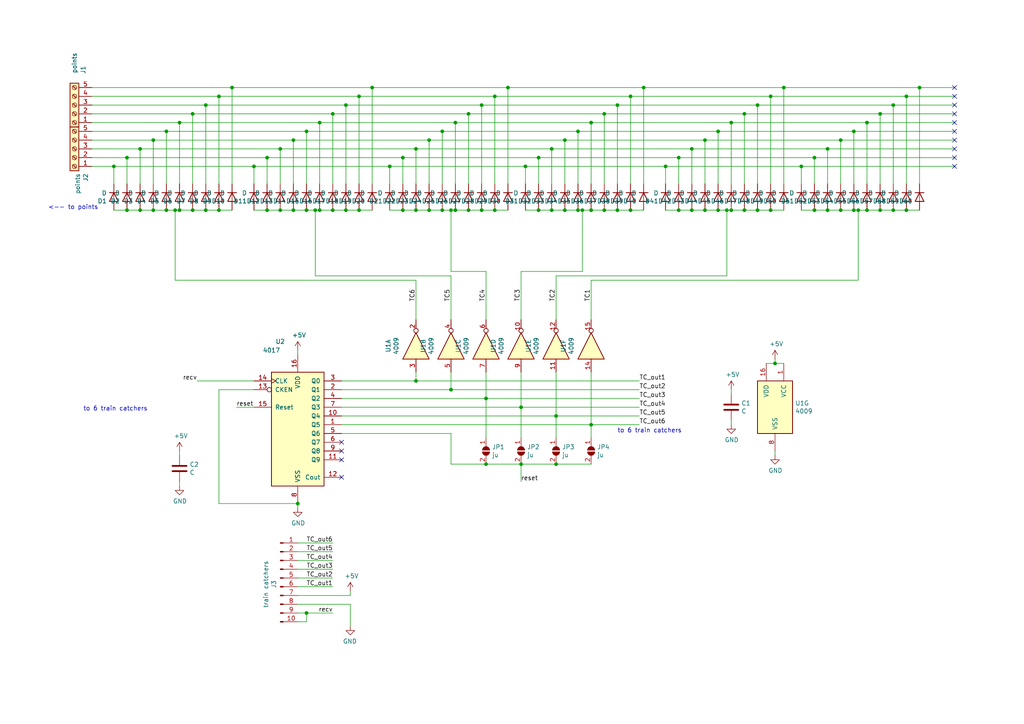
<source format=kicad_sch>
(kicad_sch (version 20211123) (generator eeschema)
  (paper "A4")
  (lib_symbols
    (symbol "4xxx:4009" (pin_names (offset 1.016))
      (property "Reference" "U" (at 0 1.27 0))
      (property "Value" "4009" (at 0 -1.27 0))
      (symbol "4009_1_0"
        (polyline (pts (xy -3.81 3.81) (xy -3.81 -3.81) (xy 3.81 0) (xy -3.81 3.81)) (stroke (width 0.254)) (fill (type background)))
        (pin output inverted (at 7.62 0 180) (length 3.81) (name "~") (number "2"))
        (pin input line (at -7.62 0 0) (length 3.81) (name "~") (number "3"))
      )
      (symbol "4009_2_0"
        (polyline (pts (xy -3.81 3.81) (xy -3.81 -3.81) (xy 3.81 0) (xy -3.81 3.81)) (stroke (width 0.254)) (fill (type background)))
        (pin output inverted (at 7.62 0 180) (length 3.81) (name "~") (number "4"))
        (pin input line (at -7.62 0 0) (length 3.81) (name "~") (number "5"))
      )
      (symbol "4009_3_0"
        (polyline (pts (xy -3.81 3.81) (xy -3.81 -3.81) (xy 3.81 0) (xy -3.81 3.81)) (stroke (width 0.254)) (fill (type background)))
        (pin output inverted (at 7.62 0 180) (length 3.81) (name "~") (number "6"))
        (pin input line (at -7.62 0 0) (length 3.81) (name "~") (number "7"))
      )
      (symbol "4009_4_0"
        (polyline (pts (xy -3.81 3.81) (xy -3.81 -3.81) (xy 3.81 0) (xy -3.81 3.81)) (stroke (width 0.254)) (fill (type background)))
        (pin output inverted (at 7.62 0 180) (length 3.81) (name "~") (number "10"))
        (pin input line (at -7.62 0 0) (length 3.81) (name "~") (number "9"))
      )
      (symbol "4009_5_0"
        (polyline (pts (xy -3.81 3.81) (xy -3.81 -3.81) (xy 3.81 0) (xy -3.81 3.81)) (stroke (width 0.254)) (fill (type background)))
        (pin input line (at -7.62 0 0) (length 3.81) (name "~") (number "11"))
        (pin output inverted (at 7.62 0 180) (length 3.81) (name "~") (number "12"))
      )
      (symbol "4009_6_0"
        (polyline (pts (xy -3.81 3.81) (xy -3.81 -3.81) (xy 3.81 0) (xy -3.81 3.81)) (stroke (width 0.254)) (fill (type background)))
        (pin input line (at -7.62 0 0) (length 3.81) (name "~") (number "14"))
        (pin output inverted (at 7.62 0 180) (length 3.81) (name "~") (number "15"))
      )
      (symbol "4009_7_0"
        (pin power_in line (at 2.54 12.7 270) (length 5.08) (name "VCC") (number "1"))
        (pin power_in line (at -2.54 12.7 270) (length 5.08) (name "VDD") (number "16"))
        (pin power_in line (at 0 -12.7 90) (length 5.08) (name "VSS") (number "8"))
      )
      (symbol "4009_7_1"
        (rectangle (start -5.08 7.62) (end 5.08 -7.62) (stroke (width 0.254)) (fill (type background)))
      )
    )
    (symbol "4xxx:4017" (pin_names (offset 1.016))
      (property "Reference" "U" (at -7.62 16.51 0))
      (property "Value" "4017" (at -7.62 -19.05 0))
      (symbol "4017_1_0"
        (pin output line (at 12.7 0 180) (length 5.08) (name "Q5") (number "1"))
        (pin output line (at 12.7 2.54 180) (length 5.08) (name "Q4") (number "10"))
        (pin output line (at 12.7 -10.16 180) (length 5.08) (name "Q9") (number "11"))
        (pin output line (at 12.7 -15.24 180) (length 5.08) (name "Cout") (number "12"))
        (pin input inverted (at -12.7 10.16 0) (length 5.08) (name "CKEN") (number "13"))
        (pin input clock (at -12.7 12.7 0) (length 5.08) (name "CLK") (number "14"))
        (pin input line (at -12.7 5.08 0) (length 5.08) (name "Reset") (number "15"))
        (pin power_in line (at 0 20.32 270) (length 5.08) (name "VDD") (number "16"))
        (pin output line (at 12.7 10.16 180) (length 5.08) (name "Q1") (number "2"))
        (pin output line (at 12.7 12.7 180) (length 5.08) (name "Q0") (number "3"))
        (pin output line (at 12.7 7.62 180) (length 5.08) (name "Q2") (number "4"))
        (pin output line (at 12.7 -2.54 180) (length 5.08) (name "Q6") (number "5"))
        (pin output line (at 12.7 -5.08 180) (length 5.08) (name "Q7") (number "6"))
        (pin output line (at 12.7 5.08 180) (length 5.08) (name "Q3") (number "7"))
        (pin power_in line (at 0 -22.86 90) (length 5.08) (name "VSS") (number "8"))
        (pin output line (at 12.7 -7.62 180) (length 5.08) (name "Q8") (number "9"))
      )
      (symbol "4017_1_1"
        (rectangle (start -7.62 15.24) (end 7.62 -17.78) (stroke (width 0.254)) (fill (type background)))
      )
    )
    (symbol "Connector:Conn_01x10_Male" (pin_names (offset 1.016) hide)
      (property "Reference" "J" (at 0 12.7 0))
      (property "Value" "Conn_01x10_Male" (at 0 -15.24 0))
      (symbol "Conn_01x10_Male_1_1"
        (polyline (pts (xy 1.27 -12.7) (xy 0.8636 -12.7)) (stroke (width 0.1524)))
        (polyline (pts (xy 1.27 -10.16) (xy 0.8636 -10.16)) (stroke (width 0.1524)))
        (polyline (pts (xy 1.27 -7.62) (xy 0.8636 -7.62)) (stroke (width 0.1524)))
        (polyline (pts (xy 1.27 -5.08) (xy 0.8636 -5.08)) (stroke (width 0.1524)))
        (polyline (pts (xy 1.27 -2.54) (xy 0.8636 -2.54)) (stroke (width 0.1524)))
        (polyline (pts (xy 1.27 0) (xy 0.8636 0)) (stroke (width 0.1524)))
        (polyline (pts (xy 1.27 2.54) (xy 0.8636 2.54)) (stroke (width 0.1524)))
        (polyline (pts (xy 1.27 5.08) (xy 0.8636 5.08)) (stroke (width 0.1524)))
        (polyline (pts (xy 1.27 7.62) (xy 0.8636 7.62)) (stroke (width 0.1524)))
        (polyline (pts (xy 1.27 10.16) (xy 0.8636 10.16)) (stroke (width 0.1524)))
        (rectangle (start 0.8636 -12.573) (end 0 -12.827) (stroke (width 0.1524)) (fill (type outline)))
        (rectangle (start 0.8636 -10.033) (end 0 -10.287) (stroke (width 0.1524)) (fill (type outline)))
        (rectangle (start 0.8636 -7.493) (end 0 -7.747) (stroke (width 0.1524)) (fill (type outline)))
        (rectangle (start 0.8636 -4.953) (end 0 -5.207) (stroke (width 0.1524)) (fill (type outline)))
        (rectangle (start 0.8636 -2.413) (end 0 -2.667) (stroke (width 0.1524)) (fill (type outline)))
        (rectangle (start 0.8636 0.127) (end 0 -0.127) (stroke (width 0.1524)) (fill (type outline)))
        (rectangle (start 0.8636 2.667) (end 0 2.413) (stroke (width 0.1524)) (fill (type outline)))
        (rectangle (start 0.8636 5.207) (end 0 4.953) (stroke (width 0.1524)) (fill (type outline)))
        (rectangle (start 0.8636 7.747) (end 0 7.493) (stroke (width 0.1524)) (fill (type outline)))
        (rectangle (start 0.8636 10.287) (end 0 10.033) (stroke (width 0.1524)) (fill (type outline)))
        (pin passive line (at 5.08 10.16 180) (length 3.81) (name "Pin_1") (number "1"))
        (pin passive line (at 5.08 -12.7 180) (length 3.81) (name "Pin_10") (number "10"))
        (pin passive line (at 5.08 7.62 180) (length 3.81) (name "Pin_2") (number "2"))
        (pin passive line (at 5.08 5.08 180) (length 3.81) (name "Pin_3") (number "3"))
        (pin passive line (at 5.08 2.54 180) (length 3.81) (name "Pin_4") (number "4"))
        (pin passive line (at 5.08 0 180) (length 3.81) (name "Pin_5") (number "5"))
        (pin passive line (at 5.08 -2.54 180) (length 3.81) (name "Pin_6") (number "6"))
        (pin passive line (at 5.08 -5.08 180) (length 3.81) (name "Pin_7") (number "7"))
        (pin passive line (at 5.08 -7.62 180) (length 3.81) (name "Pin_8") (number "8"))
        (pin passive line (at 5.08 -10.16 180) (length 3.81) (name "Pin_9") (number "9"))
      )
    )
    (symbol "Connector:Screw_Terminal_01x05" (pin_names (offset 1.016) hide)
      (property "Reference" "J" (at 0 7.62 0))
      (property "Value" "Screw_Terminal_01x05" (at 0 -7.62 0))
      (symbol "Screw_Terminal_01x05_1_1"
        (rectangle (start -1.27 6.35) (end 1.27 -6.35) (stroke (width 0.254)) (fill (type background)))
        (circle (center 0 -5.08) (radius 0.635) (stroke (width 0.1524)))
        (circle (center 0 -2.54) (radius 0.635) (stroke (width 0.1524)))
        (polyline (pts (xy -0.5334 -4.7498) (xy 0.3302 -5.588)) (stroke (width 0.1524)))
        (polyline (pts (xy -0.5334 -2.2098) (xy 0.3302 -3.048)) (stroke (width 0.1524)))
        (polyline (pts (xy -0.5334 0.3302) (xy 0.3302 -0.508)) (stroke (width 0.1524)))
        (polyline (pts (xy -0.5334 2.8702) (xy 0.3302 2.032)) (stroke (width 0.1524)))
        (polyline (pts (xy -0.5334 5.4102) (xy 0.3302 4.572)) (stroke (width 0.1524)))
        (polyline (pts (xy -0.3556 -4.572) (xy 0.508 -5.4102)) (stroke (width 0.1524)))
        (polyline (pts (xy -0.3556 -2.032) (xy 0.508 -2.8702)) (stroke (width 0.1524)))
        (polyline (pts (xy -0.3556 0.508) (xy 0.508 -0.3302)) (stroke (width 0.1524)))
        (polyline (pts (xy -0.3556 3.048) (xy 0.508 2.2098)) (stroke (width 0.1524)))
        (polyline (pts (xy -0.3556 5.588) (xy 0.508 4.7498)) (stroke (width 0.1524)))
        (circle (center 0 0) (radius 0.635) (stroke (width 0.1524)))
        (circle (center 0 2.54) (radius 0.635) (stroke (width 0.1524)))
        (circle (center 0 5.08) (radius 0.635) (stroke (width 0.1524)))
        (pin passive line (at -5.08 5.08 0) (length 3.81) (name "Pin_1") (number "1"))
        (pin passive line (at -5.08 2.54 0) (length 3.81) (name "Pin_2") (number "2"))
        (pin passive line (at -5.08 0 0) (length 3.81) (name "Pin_3") (number "3"))
        (pin passive line (at -5.08 -2.54 0) (length 3.81) (name "Pin_4") (number "4"))
        (pin passive line (at -5.08 -5.08 0) (length 3.81) (name "Pin_5") (number "5"))
      )
    )
    (symbol "Device:C" (pin_numbers hide) (pin_names (offset 0.254))
      (property "Reference" "C" (at 0.635 2.54 0))
      (property "Value" "C" (at 0.635 -2.54 0))
      (symbol "C_0_1"
        (polyline (pts (xy -2.032 -0.762) (xy 2.032 -0.762)) (stroke (width 0.508)))
        (polyline (pts (xy -2.032 0.762) (xy 2.032 0.762)) (stroke (width 0.508)))
      )
      (symbol "C_1_1"
        (pin passive line (at 0 3.81 270) (length 2.794) (name "~") (number "1"))
        (pin passive line (at 0 -3.81 90) (length 2.794) (name "~") (number "2"))
      )
    )
    (symbol "Device:D" (pin_numbers hide) (pin_names (offset 1.016) hide)
      (property "Reference" "D" (at 0 2.54 0))
      (property "Value" "D" (at 0 -2.54 0))
      (symbol "D_0_1"
        (polyline (pts (xy -1.27 1.27) (xy -1.27 -1.27)) (stroke (width 0.254)))
        (polyline (pts (xy 1.27 0) (xy -1.27 0)))
        (polyline (pts (xy 1.27 1.27) (xy 1.27 -1.27) (xy -1.27 0) (xy 1.27 1.27)) (stroke (width 0.254)))
      )
      (symbol "D_1_1"
        (pin passive line (at -3.81 0 0) (length 2.54) (name "K") (number "1"))
        (pin passive line (at 3.81 0 180) (length 2.54) (name "A") (number "2"))
      )
    )
    (symbol "Jumper:SolderJumper_2_Open" (pin_names (offset 0) hide)
      (property "Reference" "JP" (at 0 2.032 0))
      (property "Value" "SolderJumper_2_Open" (at 0 -2.54 0))
      (symbol "SolderJumper_2_Open_0_1"
        (arc (start -0.254 1.016) (mid -1.27 0) (end -0.254 -1.016))
        (arc (start -0.254 1.016) (mid -1.27 0) (end -0.254 -1.016) (fill (type outline)))
        (polyline (pts (xy -0.254 1.016) (xy -0.254 -1.016)))
        (polyline (pts (xy 0.254 1.016) (xy 0.254 -1.016)))
        (arc (start 0.254 -1.016) (mid 1.27 0) (end 0.254 1.016))
        (arc (start 0.254 -1.016) (mid 1.27 0) (end 0.254 1.016) (fill (type outline)))
      )
      (symbol "SolderJumper_2_Open_1_1"
        (pin passive line (at -3.81 0 0) (length 2.54) (name "A") (number "1"))
        (pin passive line (at 3.81 0 180) (length 2.54) (name "B") (number "2"))
      )
    )
    (symbol "power:+5V" (power) (pin_names (offset 0))
      (property "Value" "+5V" (at 0 3.556 0))
      (symbol "+5V_0_1"
        (polyline (pts (xy -0.762 1.27) (xy 0 2.54)))
        (polyline (pts (xy 0 0) (xy 0 2.54)))
        (polyline (pts (xy 0 2.54) (xy 0.762 1.27)))
      )
      (symbol "+5V_1_1"
        (pin power_in line (at 0 0 90) (length 0) hide (name "+5V") (number "1"))
      )
    )
    (symbol "power:GND" (power) (pin_names (offset 0))
      (property "Value" "GND" (at 0 -3.81 0))
      (symbol "GND_0_1"
        (polyline (pts (xy 0 0) (xy 0 -1.27) (xy 1.27 -1.27) (xy 0 -2.54) (xy -1.27 -1.27) (xy 0 -1.27)))
      )
      (symbol "GND_1_1"
        (pin power_in line (at 0 0 270) (length 0) hide (name "GND") (number "1"))
      )
    )
  )
  (junction (at 128.27 38.1))
  (junction (at 243.84 60.96))
  (junction (at 236.22 45.72))
  (junction (at 236.22 60.96))
  (junction (at 251.46 35.56))
  (junction (at 179.07 60.96))
  (junction (at 196.85 60.96))
  (junction (at 163.83 40.64))
  (junction (at 151.13 134.62))
  (junction (at 77.47 45.72))
  (junction (at 232.41 48.26))
  (junction (at 204.47 40.64))
  (junction (at 124.46 40.64))
  (junction (at 168.91 60.96))
  (junction (at 167.64 60.96))
  (junction (at 243.84 40.64))
  (junction (at 135.89 33.02))
  (junction (at 171.45 35.56))
  (junction (at 40.64 60.96))
  (junction (at 81.28 60.96))
  (junction (at 50.8 60.96))
  (junction (at 48.26 38.1))
  (junction (at 88.9 177.8))
  (junction (at 140.97 115.57))
  (junction (at 100.33 30.48))
  (junction (at 139.7 60.96))
  (junction (at 208.28 60.96))
  (junction (at 130.81 60.96))
  (junction (at 182.88 60.96))
  (junction (at 116.84 45.72))
  (junction (at 224.79 105.41))
  (junction (at 63.5 60.96))
  (junction (at 259.08 60.96))
  (junction (at 63.5 27.94))
  (junction (at 227.33 25.4))
  (junction (at 196.85 45.72))
  (junction (at 128.27 60.96))
  (junction (at 107.95 25.4))
  (junction (at 193.04 48.26))
  (junction (at 55.88 60.96))
  (junction (at 161.29 120.65))
  (junction (at 248.92 60.96))
  (junction (at 251.46 60.96))
  (junction (at 167.64 38.1))
  (junction (at 147.32 25.4))
  (junction (at 139.7 30.48))
  (junction (at 104.14 27.94))
  (junction (at 186.69 25.4))
  (junction (at 156.21 60.96))
  (junction (at 86.36 146.05))
  (junction (at 171.45 123.19))
  (junction (at 92.71 60.96))
  (junction (at 132.08 35.56))
  (junction (at 88.9 38.1))
  (junction (at 124.46 60.96))
  (junction (at 161.29 134.62))
  (junction (at 210.82 60.96))
  (junction (at 81.28 43.18))
  (junction (at 85.09 60.96))
  (junction (at 208.28 38.1))
  (junction (at 135.89 60.96))
  (junction (at 44.45 40.64))
  (junction (at 73.66 48.26))
  (junction (at 215.9 60.96))
  (junction (at 240.03 43.18))
  (junction (at 219.71 30.48))
  (junction (at 77.47 60.96))
  (junction (at 88.9 60.96))
  (junction (at 120.65 43.18))
  (junction (at 92.71 35.56))
  (junction (at 204.47 60.96))
  (junction (at 120.65 60.96))
  (junction (at 219.71 60.96))
  (junction (at 200.66 43.18))
  (junction (at 59.69 30.48))
  (junction (at 160.02 43.18))
  (junction (at 262.89 27.94))
  (junction (at 100.33 60.96))
  (junction (at 255.27 60.96))
  (junction (at 200.66 60.96))
  (junction (at 175.26 60.96))
  (junction (at 262.89 60.96))
  (junction (at 247.65 60.96))
  (junction (at 182.88 27.94))
  (junction (at 156.21 45.72))
  (junction (at 85.09 40.64))
  (junction (at 240.03 60.96))
  (junction (at 104.14 60.96))
  (junction (at 113.03 48.26))
  (junction (at 33.02 48.26))
  (junction (at 55.88 33.02))
  (junction (at 163.83 60.96))
  (junction (at 223.52 27.94))
  (junction (at 59.69 60.96))
  (junction (at 171.45 60.96))
  (junction (at 151.13 118.11))
  (junction (at 215.9 33.02))
  (junction (at 44.45 60.96))
  (junction (at 96.52 60.96))
  (junction (at 179.07 30.48))
  (junction (at 160.02 60.96))
  (junction (at 143.51 27.94))
  (junction (at 259.08 30.48))
  (junction (at 96.52 33.02))
  (junction (at 40.64 43.18))
  (junction (at 67.31 25.4))
  (junction (at 247.65 38.1))
  (junction (at 175.26 33.02))
  (junction (at 143.51 60.96))
  (junction (at 140.97 134.62))
  (junction (at 36.83 45.72))
  (junction (at 116.84 60.96))
  (junction (at 91.44 60.96))
  (junction (at 52.07 60.96))
  (junction (at 130.81 113.03))
  (junction (at 223.52 60.96))
  (junction (at 36.83 60.96))
  (junction (at 255.27 33.02))
  (junction (at 212.09 60.96))
  (junction (at 266.7 25.4))
  (junction (at 152.4 48.26))
  (junction (at 132.08 60.96))
  (junction (at 48.26 60.96))
  (junction (at 120.65 110.49))
  (junction (at 212.09 35.56))
  (junction (at 52.07 35.56))
  (no_connect (at 99.06 130.81))
  (no_connect (at 276.86 30.48))
  (no_connect (at 276.86 25.4))
  (no_connect (at 276.86 43.18))
  (no_connect (at 99.06 138.43))
  (no_connect (at 99.06 133.35))
  (no_connect (at 276.86 45.72))
  (no_connect (at 99.06 128.27))
  (no_connect (at 276.86 33.02))
  (no_connect (at 276.86 38.1))
  (no_connect (at 276.86 48.26))
  (no_connect (at 276.86 27.94))
  (no_connect (at 276.86 35.56))
  (no_connect (at 276.86 40.64))
  (wire (pts (xy 240.03 60.96) (xy 243.84 60.96)))
  (wire (pts (xy 161.29 80.01) (xy 161.29 92.71)))
  (wire (pts (xy 161.29 134.62) (xy 171.45 134.62)))
  (wire (pts (xy 92.71 53.34) (xy 92.71 35.56)))
  (wire (pts (xy 44.45 40.64) (xy 85.09 40.64)))
  (wire (pts (xy 120.65 43.18) (xy 160.02 43.18)))
  (wire (pts (xy 266.7 25.4) (xy 276.86 25.4)))
  (wire (pts (xy 63.5 27.94) (xy 104.14 27.94)))
  (wire (pts (xy 175.26 60.96) (xy 179.07 60.96)))
  (wire (pts (xy 50.8 60.96) (xy 48.26 60.96)))
  (wire (pts (xy 196.85 53.34) (xy 196.85 45.72)))
  (wire (pts (xy 86.36 180.34) (xy 88.9 180.34)))
  (wire (pts (xy 147.32 53.34) (xy 147.32 25.4)))
  (wire (pts (xy 160.02 43.18) (xy 200.66 43.18)))
  (wire (pts (xy 185.42 113.03) (xy 130.81 113.03)))
  (wire (pts (xy 104.14 27.94) (xy 104.14 53.34)))
  (wire (pts (xy 151.13 134.62) (xy 151.13 139.7)))
  (wire (pts (xy 135.89 53.34) (xy 135.89 33.02)))
  (wire (pts (xy 215.9 53.34) (xy 215.9 33.02)))
  (wire (pts (xy 135.89 33.02) (xy 175.26 33.02)))
  (wire (pts (xy 100.33 60.96) (xy 104.14 60.96)))
  (wire (pts (xy 193.04 53.34) (xy 193.04 48.26)))
  (wire (pts (xy 48.26 53.34) (xy 48.26 38.1)))
  (wire (pts (xy 224.79 104.14) (xy 224.79 105.41)))
  (wire (pts (xy 147.32 25.4) (xy 186.69 25.4)))
  (wire (pts (xy 52.07 53.34) (xy 52.07 35.56)))
  (wire (pts (xy 57.15 110.49) (xy 73.66 110.49)))
  (wire (pts (xy 259.08 53.34) (xy 259.08 30.48)))
  (wire (pts (xy 223.52 60.96) (xy 227.33 60.96)))
  (wire (pts (xy 128.27 60.96) (xy 130.81 60.96)))
  (wire (pts (xy 171.45 60.96) (xy 175.26 60.96)))
  (wire (pts (xy 99.06 125.73) (xy 130.81 125.73)))
  (wire (pts (xy 219.71 53.34) (xy 219.71 30.48)))
  (wire (pts (xy 130.81 113.03) (xy 130.81 107.95)))
  (wire (pts (xy 247.65 38.1) (xy 276.86 38.1)))
  (wire (pts (xy 26.67 27.94) (xy 63.5 27.94)))
  (wire (pts (xy 44.45 40.64) (xy 44.45 53.34)))
  (wire (pts (xy 52.07 60.96) (xy 50.8 60.96)))
  (wire (pts (xy 120.65 60.96) (xy 124.46 60.96)))
  (wire (pts (xy 85.09 40.64) (xy 124.46 40.64)))
  (wire (pts (xy 243.84 60.96) (xy 247.65 60.96)))
  (wire (pts (xy 96.52 53.34) (xy 96.52 33.02)))
  (wire (pts (xy 88.9 180.34) (xy 88.9 177.8)))
  (wire (pts (xy 26.67 30.48) (xy 59.69 30.48)))
  (wire (pts (xy 116.84 45.72) (xy 156.21 45.72)))
  (wire (pts (xy 247.65 53.34) (xy 247.65 38.1)))
  (wire (pts (xy 132.08 60.96) (xy 135.89 60.96)))
  (wire (pts (xy 143.51 27.94) (xy 143.51 53.34)))
  (wire (pts (xy 50.8 81.28) (xy 50.8 60.96)))
  (wire (pts (xy 120.65 53.34) (xy 120.65 43.18)))
  (wire (pts (xy 262.89 27.94) (xy 276.86 27.94)))
  (wire (pts (xy 212.09 123.19) (xy 212.09 121.92)))
  (wire (pts (xy 168.91 78.74) (xy 168.91 60.96)))
  (wire (pts (xy 120.65 110.49) (xy 99.06 110.49)))
  (wire (pts (xy 81.28 43.18) (xy 120.65 43.18)))
  (wire (pts (xy 140.97 78.74) (xy 130.81 78.74)))
  (wire (pts (xy 171.45 127) (xy 171.45 123.19)))
  (wire (pts (xy 140.97 115.57) (xy 140.97 107.95)))
  (wire (pts (xy 152.4 48.26) (xy 193.04 48.26)))
  (wire (pts (xy 77.47 53.34) (xy 77.47 45.72)))
  (wire (pts (xy 186.69 53.34) (xy 186.69 25.4)))
  (wire (pts (xy 132.08 53.34) (xy 132.08 35.56)))
  (wire (pts (xy 143.51 27.94) (xy 182.88 27.94)))
  (wire (pts (xy 36.83 60.96) (xy 33.02 60.96)))
  (wire (pts (xy 130.81 60.96) (xy 132.08 60.96)))
  (wire (pts (xy 116.84 53.34) (xy 116.84 45.72)))
  (wire (pts (xy 36.83 53.34) (xy 36.83 45.72)))
  (wire (pts (xy 232.41 60.96) (xy 236.22 60.96)))
  (wire (pts (xy 96.52 60.96) (xy 100.33 60.96)))
  (wire (pts (xy 240.03 43.18) (xy 276.86 43.18)))
  (wire (pts (xy 167.64 60.96) (xy 168.91 60.96)))
  (wire (pts (xy 259.08 60.96) (xy 262.89 60.96)))
  (wire (pts (xy 262.89 60.96) (xy 266.7 60.96)))
  (wire (pts (xy 227.33 53.34) (xy 227.33 25.4)))
  (wire (pts (xy 247.65 60.96) (xy 248.92 60.96)))
  (wire (pts (xy 81.28 60.96) (xy 85.09 60.96)))
  (wire (pts (xy 219.71 60.96) (xy 223.52 60.96)))
  (wire (pts (xy 73.66 48.26) (xy 113.03 48.26)))
  (wire (pts (xy 77.47 60.96) (xy 81.28 60.96)))
  (wire (pts (xy 219.71 30.48) (xy 259.08 30.48)))
  (wire (pts (xy 130.81 80.01) (xy 130.81 92.71)))
  (wire (pts (xy 99.06 113.03) (xy 130.81 113.03)))
  (wire (pts (xy 171.45 81.28) (xy 171.45 92.71)))
  (wire (pts (xy 161.29 120.65) (xy 161.29 107.95)))
  (wire (pts (xy 91.44 60.96) (xy 92.71 60.96)))
  (wire (pts (xy 124.46 40.64) (xy 124.46 53.34)))
  (wire (pts (xy 128.27 38.1) (xy 167.64 38.1)))
  (wire (pts (xy 143.51 60.96) (xy 147.32 60.96)))
  (wire (pts (xy 96.52 160.02) (xy 86.36 160.02)))
  (wire (pts (xy 96.52 162.56) (xy 86.36 162.56)))
  (wire (pts (xy 96.52 167.64) (xy 86.36 167.64)))
  (wire (pts (xy 96.52 170.18) (xy 86.36 170.18)))
  (wire (pts (xy 179.07 30.48) (xy 219.71 30.48)))
  (wire (pts (xy 200.66 43.18) (xy 240.03 43.18)))
  (wire (pts (xy 40.64 43.18) (xy 81.28 43.18)))
  (wire (pts (xy 107.95 25.4) (xy 147.32 25.4)))
  (wire (pts (xy 81.28 53.34) (xy 81.28 43.18)))
  (wire (pts (xy 55.88 33.02) (xy 96.52 33.02)))
  (wire (pts (xy 259.08 30.48) (xy 276.86 30.48)))
  (wire (pts (xy 208.28 38.1) (xy 247.65 38.1)))
  (wire (pts (xy 86.36 177.8) (xy 88.9 177.8)))
  (wire (pts (xy 101.6 181.61) (xy 101.6 175.26)))
  (wire (pts (xy 67.31 53.34) (xy 67.31 25.4)))
  (wire (pts (xy 113.03 53.34) (xy 113.03 48.26)))
  (wire (pts (xy 59.69 60.96) (xy 55.88 60.96)))
  (wire (pts (xy 67.31 25.4) (xy 107.95 25.4)))
  (wire (pts (xy 227.33 105.41) (xy 224.79 105.41)))
  (wire (pts (xy 151.13 134.62) (xy 161.29 134.62)))
  (wire (pts (xy 255.27 53.34) (xy 255.27 33.02)))
  (wire (pts (xy 210.82 80.01) (xy 210.82 60.96)))
  (wire (pts (xy 63.5 60.96) (xy 59.69 60.96)))
  (wire (pts (xy 63.5 27.94) (xy 63.5 53.34)))
  (wire (pts (xy 266.7 53.34) (xy 266.7 25.4)))
  (wire (pts (xy 116.84 60.96) (xy 120.65 60.96)))
  (wire (pts (xy 171.45 81.28) (xy 248.92 81.28)))
  (wire (pts (xy 223.52 27.94) (xy 262.89 27.94)))
  (wire (pts (xy 73.66 113.03) (xy 63.5 113.03)))
  (wire (pts (xy 63.5 146.05) (xy 86.36 146.05)))
  (wire (pts (xy 186.69 25.4) (xy 227.33 25.4)))
  (wire (pts (xy 163.83 40.64) (xy 204.47 40.64)))
  (wire (pts (xy 101.6 172.72) (xy 86.36 172.72)))
  (wire (pts (xy 168.91 60.96) (xy 171.45 60.96)))
  (wire (pts (xy 204.47 40.64) (xy 204.47 53.34)))
  (wire (pts (xy 52.07 35.56) (xy 92.71 35.56)))
  (wire (pts (xy 215.9 33.02) (xy 255.27 33.02)))
  (wire (pts (xy 193.04 48.26) (xy 232.41 48.26)))
  (wire (pts (xy 179.07 53.34) (xy 179.07 30.48)))
  (wire (pts (xy 48.26 60.96) (xy 44.45 60.96)))
  (wire (pts (xy 99.06 123.19) (xy 171.45 123.19)))
  (wire (pts (xy 130.81 125.73) (xy 130.81 134.62)))
  (wire (pts (xy 132.08 35.56) (xy 171.45 35.56)))
  (wire (pts (xy 130.81 134.62) (xy 140.97 134.62)))
  (wire (pts (xy 156.21 53.34) (xy 156.21 45.72)))
  (wire (pts (xy 33.02 48.26) (xy 73.66 48.26)))
  (wire (pts (xy 88.9 177.8) (xy 96.52 177.8)))
  (wire (pts (xy 156.21 45.72) (xy 196.85 45.72)))
  (wire (pts (xy 85.09 40.64) (xy 85.09 53.34)))
  (wire (pts (xy 85.09 60.96) (xy 88.9 60.96)))
  (wire (pts (xy 262.89 27.94) (xy 262.89 53.34)))
  (wire (pts (xy 59.69 30.48) (xy 100.33 30.48)))
  (wire (pts (xy 208.28 60.96) (xy 210.82 60.96)))
  (wire (pts (xy 255.27 60.96) (xy 259.08 60.96)))
  (wire (pts (xy 182.88 27.94) (xy 182.88 53.34)))
  (wire (pts (xy 100.33 30.48) (xy 139.7 30.48)))
  (wire (pts (xy 196.85 45.72) (xy 236.22 45.72)))
  (wire (pts (xy 171.45 123.19) (xy 171.45 107.95)))
  (wire (pts (xy 99.06 120.65) (xy 161.29 120.65)))
  (wire (pts (xy 151.13 78.74) (xy 168.91 78.74)))
  (wire (pts (xy 140.97 134.62) (xy 151.13 134.62)))
  (wire (pts (xy 156.21 60.96) (xy 160.02 60.96)))
  (wire (pts (xy 96.52 157.48) (xy 86.36 157.48)))
  (wire (pts (xy 135.89 60.96) (xy 139.7 60.96)))
  (wire (pts (xy 120.65 110.49) (xy 185.42 110.49)))
  (wire (pts (xy 196.85 60.96) (xy 200.66 60.96)))
  (wire (pts (xy 124.46 60.96) (xy 128.27 60.96)))
  (wire (pts (xy 55.88 60.96) (xy 52.07 60.96)))
  (wire (pts (xy 120.65 107.95) (xy 120.65 110.49)))
  (wire (pts (xy 104.14 27.94) (xy 143.51 27.94)))
  (wire (pts (xy 243.84 40.64) (xy 243.84 53.34)))
  (wire (pts (xy 152.4 53.34) (xy 152.4 48.26)))
  (wire (pts (xy 139.7 60.96) (xy 143.51 60.96)))
  (wire (pts (xy 175.26 33.02) (xy 215.9 33.02)))
  (wire (pts (xy 255.27 33.02) (xy 276.86 33.02)))
  (wire (pts (xy 40.64 53.34) (xy 40.64 43.18)))
  (wire (pts (xy 204.47 60.96) (xy 208.28 60.96)))
  (wire (pts (xy 48.26 38.1) (xy 88.9 38.1)))
  (wire (pts (xy 77.47 45.72) (xy 116.84 45.72)))
  (wire (pts (xy 151.13 127) (xy 151.13 118.11)))
  (wire (pts (xy 251.46 35.56) (xy 276.86 35.56)))
  (wire (pts (xy 243.84 40.64) (xy 276.86 40.64)))
  (wire (pts (xy 101.6 172.72) (xy 101.6 171.45)))
  (wire (pts (xy 204.47 40.64) (xy 243.84 40.64)))
  (wire (pts (xy 100.33 53.34) (xy 100.33 30.48)))
  (wire (pts (xy 26.67 38.1) (xy 48.26 38.1)))
  (wire (pts (xy 88.9 38.1) (xy 128.27 38.1)))
  (wire (pts (xy 163.83 60.96) (xy 167.64 60.96)))
  (wire (pts (xy 124.46 40.64) (xy 163.83 40.64)))
  (wire (pts (xy 236.22 53.34) (xy 236.22 45.72)))
  (wire (pts (xy 139.7 53.34) (xy 139.7 30.48)))
  (wire (pts (xy 161.29 120.65) (xy 185.42 120.65)))
  (wire (pts (xy 160.02 53.34) (xy 160.02 43.18)))
  (wire (pts (xy 92.71 35.56) (xy 132.08 35.56)))
  (wire (pts (xy 92.71 60.96) (xy 96.52 60.96)))
  (wire (pts (xy 223.52 27.94) (xy 223.52 53.34)))
  (wire (pts (xy 182.88 27.94) (xy 223.52 27.94)))
  (wire (pts (xy 232.41 53.34) (xy 232.41 48.26)))
  (wire (pts (xy 236.22 45.72) (xy 276.86 45.72)))
  (wire (pts (xy 52.07 132.08) (xy 52.07 130.81)))
  (wire (pts (xy 59.69 53.34) (xy 59.69 30.48)))
  (wire (pts (xy 26.67 45.72) (xy 36.83 45.72)))
  (wire (pts (xy 248.92 60.96) (xy 251.46 60.96)))
  (wire (pts (xy 91.44 80.01) (xy 91.44 60.96)))
  (wire (pts (xy 171.45 53.34) (xy 171.45 35.56)))
  (wire (pts (xy 175.26 53.34) (xy 175.26 33.02)))
  (wire (pts (xy 130.81 78.74) (xy 130.81 60.96)))
  (wire (pts (xy 26.67 35.56) (xy 52.07 35.56)))
  (wire (pts (xy 140.97 115.57) (xy 140.97 127)))
  (wire (pts (xy 26.67 33.02) (xy 55.88 33.02)))
  (wire (pts (xy 167.64 38.1) (xy 208.28 38.1)))
  (wire (pts (xy 73.66 60.96) (xy 77.47 60.96)))
  (wire (pts (xy 236.22 60.96) (xy 240.03 60.96)))
  (wire (pts (xy 36.83 45.72) (xy 77.47 45.72)))
  (wire (pts (xy 200.66 60.96) (xy 204.47 60.96)))
  (wire (pts (xy 130.81 80.01) (xy 91.44 80.01)))
  (wire (pts (xy 120.65 81.28) (xy 120.65 92.71)))
  (wire (pts (xy 193.04 60.96) (xy 196.85 60.96)))
  (wire (pts (xy 224.79 132.08) (xy 224.79 130.81)))
  (wire (pts (xy 96.52 33.02) (xy 135.89 33.02)))
  (wire (pts (xy 73.66 53.34) (xy 73.66 48.26)))
  (wire (pts (xy 212.09 35.56) (xy 251.46 35.56)))
  (wire (pts (xy 152.4 60.96) (xy 156.21 60.96)))
  (wire (pts (xy 52.07 140.97) (xy 52.07 139.7)))
  (wire (pts (xy 212.09 53.34) (xy 212.09 35.56)))
  (wire (pts (xy 140.97 115.57) (xy 185.42 115.57)))
  (wire (pts (xy 67.31 60.96) (xy 63.5 60.96)))
  (wire (pts (xy 86.36 102.87) (xy 86.36 101.6)))
  (wire (pts (xy 179.07 60.96) (xy 182.88 60.96)))
  (wire (pts (xy 44.45 60.96) (xy 40.64 60.96)))
  (wire (pts (xy 33.02 53.34) (xy 33.02 48.26)))
  (wire (pts (xy 185.42 123.19) (xy 171.45 123.19)))
  (wire (pts (xy 26.67 40.64) (xy 44.45 40.64)))
  (wire (pts (xy 113.03 48.26) (xy 152.4 48.26)))
  (wire (pts (xy 139.7 30.48) (xy 179.07 30.48)))
  (wire (pts (xy 26.67 25.4) (xy 67.31 25.4)))
  (wire (pts (xy 185.42 118.11) (xy 151.13 118.11)))
  (wire (pts (xy 55.88 53.34) (xy 55.88 33.02)))
  (wire (pts (xy 26.67 48.26) (xy 33.02 48.26)))
  (wire (pts (xy 101.6 175.26) (xy 86.36 175.26)))
  (wire (pts (xy 88.9 60.96) (xy 91.44 60.96)))
  (wire (pts (xy 99.06 115.57) (xy 140.97 115.57)))
  (wire (pts (xy 200.66 53.34) (xy 200.66 43.18)))
  (wire (pts (xy 182.88 60.96) (xy 186.69 60.96)))
  (wire (pts (xy 227.33 25.4) (xy 266.7 25.4)))
  (wire (pts (xy 88.9 53.34) (xy 88.9 38.1)))
  (wire (pts (xy 73.66 118.11) (xy 68.58 118.11)))
  (wire (pts (xy 251.46 60.96) (xy 255.27 60.96)))
  (wire (pts (xy 208.28 53.34) (xy 208.28 38.1)))
  (wire (pts (xy 240.03 53.34) (xy 240.03 43.18)))
  (wire (pts (xy 212.09 114.3) (xy 212.09 113.03)))
  (wire (pts (xy 26.67 43.18) (xy 40.64 43.18)))
  (wire (pts (xy 104.14 60.96) (xy 107.95 60.96)))
  (wire (pts (xy 120.65 81.28) (xy 50.8 81.28)))
  (wire (pts (xy 248.92 81.28) (xy 248.92 60.96)))
  (wire (pts (xy 161.29 80.01) (xy 210.82 80.01)))
  (wire (pts (xy 163.83 40.64) (xy 163.83 53.34)))
  (wire (pts (xy 151.13 118.11) (xy 151.13 107.95)))
  (wire (pts (xy 171.45 35.56) (xy 212.09 35.56)))
  (wire (pts (xy 210.82 60.96) (xy 212.09 60.96)))
  (wire (pts (xy 107.95 53.34) (xy 107.95 25.4)))
  (wire (pts (xy 167.64 53.34) (xy 167.64 38.1)))
  (wire (pts (xy 63.5 113.03) (xy 63.5 146.05)))
  (wire (pts (xy 140.97 78.74) (xy 140.97 92.71)))
  (wire (pts (xy 224.79 105.41) (xy 222.25 105.41)))
  (wire (pts (xy 113.03 60.96) (xy 116.84 60.96)))
  (wire (pts (xy 151.13 78.74) (xy 151.13 92.71)))
  (wire (pts (xy 40.64 60.96) (xy 36.83 60.96)))
  (wire (pts (xy 86.36 147.32) (xy 86.36 146.05)))
  (wire (pts (xy 232.41 48.26) (xy 276.86 48.26)))
  (wire (pts (xy 96.52 165.1) (xy 86.36 165.1)))
  (wire (pts (xy 215.9 60.96) (xy 219.71 60.96)))
  (wire (pts (xy 160.02 60.96) (xy 163.83 60.96)))
  (wire (pts (xy 161.29 127) (xy 161.29 120.65)))
  (wire (pts (xy 251.46 53.34) (xy 251.46 35.56)))
  (wire (pts (xy 99.06 118.11) (xy 151.13 118.11)))
  (wire (pts (xy 212.09 60.96) (xy 215.9 60.96)))
  (wire (pts (xy 128.27 53.34) (xy 128.27 38.1)))
  (text "to 6 train catchers" (at 24.13 119.38 0) (effects (font (size 1.27 1.27)) (justify left bottom)))
  (text "to 6 train catchers" (at 179.07 125.73 0) (effects (font (size 1.27 1.27)) (justify left bottom)))
  (text "<-- to points" (at 13.97 60.96 0) (effects (font (size 1.27 1.27)) (justify left bottom)))
  (label "TC1" (at 171.45 83.82 270))
  (label "recv" (at 96.52 177.8 180))
  (label "TC_out6" (at 96.52 157.48 180))
  (label "TC_out5" (at 96.52 160.02 180))
  (label "TC_out4" (at 185.42 118.11 0))
  (label "reset" (at 151.13 139.7 0))
  (label "TC_out3" (at 96.52 165.1 180))
  (label "TC5" (at 130.81 83.82 270))
  (label "TC4" (at 140.97 83.82 270))
  (label "TC2" (at 161.29 83.82 270))
  (label "TC_out1" (at 185.42 110.49 0))
  (label "TC6" (at 120.65 83.82 270))
  (label "TC_out2" (at 185.42 113.03 0))
  (label "TC3" (at 151.13 83.82 270))
  (label "TC_out4" (at 96.52 162.56 180))
  (label "recv" (at 57.15 110.49 180))
  (label "TC_out1" (at 96.52 170.18 180))
  (label "reset" (at 68.58 118.11 0))
  (label "TC_out6" (at 185.42 123.19 0))
  (label "TC_out3" (at 185.42 115.57 0))
  (label "TC_out5" (at 185.42 120.65 0))
  (label "TC_out2" (at 96.52 167.64 180))
  (symbol (lib_id "4xxx:4009") (at 120.65 100.33 90) (unit 1)
    (property "Reference" "U1" (at 112.5982 100.33 0))
    (property "Value" "4009" (at 114.9096 100.33 0))
    (property "Footprint" "Package_DIP:DIP-16_W7.62mm" (effects hide))
    (property "Datasheet" "http://www.sycelectronica.com.ar/semiconductores/CD4009.pdf" (effects hide))
  )
  (symbol (lib_id "4xxx:4009") (at 130.81 100.33 90) (unit 2)
    (property "Reference" "U1" (at 122.7582 100.33 0))
    (property "Value" "4009" (at 125.0696 100.33 0))
    (property "Footprint" "Package_DIP:DIP-16_W7.62mm" (effects hide))
    (property "Datasheet" "http://www.sycelectronica.com.ar/semiconductores/CD4009.pdf" (effects hide))
  )
  (symbol (lib_id "4xxx:4009") (at 140.97 100.33 90) (unit 3)
    (property "Reference" "U1" (at 132.9182 100.33 0))
    (property "Value" "4009" (at 135.2296 100.33 0))
    (property "Footprint" "Package_DIP:DIP-16_W7.62mm" (effects hide))
    (property "Datasheet" "http://www.sycelectronica.com.ar/semiconductores/CD4009.pdf" (effects hide))
  )
  (symbol (lib_id "Connector:Screw_Terminal_01x05") (at 21.59 43.18 180) (unit 1)
    (property "Reference" "J2" (at 24.8412 50.292 90) (effects (justify left)))
    (property "Value" "points" (at 22.5298 50.292 90) (effects (justify left)))
    (property "Footprint" "TerminalBlock_Phoenix:TerminalBlock_Phoenix_MKDS-1,5-5-5.08_1x05_P5.08mm_Horizontal" (effects hide))
  )
  (symbol (lib_id "4xxx:4009") (at 151.13 100.33 90) (unit 4)
    (property "Reference" "U1" (at 143.0782 100.33 0))
    (property "Value" "4009" (at 145.3896 100.33 0))
    (property "Footprint" "Package_DIP:DIP-16_W7.62mm" (effects hide))
    (property "Datasheet" "http://www.sycelectronica.com.ar/semiconductores/CD4009.pdf" (effects hide))
  )
  (symbol (lib_id "4xxx:4009") (at 161.29 100.33 90) (unit 5)
    (property "Reference" "U1" (at 153.2382 100.33 0))
    (property "Value" "4009" (at 155.5496 100.33 0))
    (property "Footprint" "Package_DIP:DIP-16_W7.62mm" (effects hide))
    (property "Datasheet" "http://www.sycelectronica.com.ar/semiconductores/CD4009.pdf" (effects hide))
  )
  (symbol (lib_id "4xxx:4009") (at 171.45 100.33 90) (unit 6)
    (property "Reference" "U1" (at 163.3982 100.33 0))
    (property "Value" "4009" (at 165.7096 100.33 0))
    (property "Footprint" "Package_DIP:DIP-16_W7.62mm" (effects hide))
    (property "Datasheet" "http://www.sycelectronica.com.ar/semiconductores/CD4009.pdf" (effects hide))
  )
  (symbol (lib_id "4xxx:4009") (at 224.79 118.11 0) (unit 7)
    (property "Reference" "U1" (at 230.632 116.9416 0) (effects (justify left)))
    (property "Value" "4009" (at 230.632 119.253 0) (effects (justify left)))
    (property "Footprint" "Package_DIP:DIP-16_W7.62mm" (effects hide))
    (property "Datasheet" "http://www.sycelectronica.com.ar/semiconductores/CD4009.pdf" (effects hide))
  )
  (symbol (lib_id "power:+5V") (at 224.79 104.14 0) (unit 1)
    (property "Reference" "#PWR0101" (effects hide))
    (property "Value" "+5V" (at 225.171 99.7458 0))
  )
  (symbol (lib_id "power:GND") (at 224.79 132.08 0) (unit 1)
    (property "Reference" "#PWR0102" (effects hide))
    (property "Value" "GND" (at 224.917 136.4742 0))
  )
  (symbol (lib_id "Device:C") (at 212.09 118.11 0) (unit 1)
    (property "Reference" "C1" (at 215.011 116.9416 0) (effects (justify left)))
    (property "Value" "C" (at 215.011 119.253 0) (effects (justify left)))
    (property "Footprint" "Capacitor_THT:C_Disc_D3.0mm_W1.6mm_P2.50mm" (effects hide))
  )
  (symbol (lib_id "power:+5V") (at 212.09 113.03 0) (unit 1)
    (property "Reference" "#PWR0103" (effects hide))
    (property "Value" "+5V" (at 212.471 108.6358 0))
  )
  (symbol (lib_id "power:GND") (at 212.09 123.19 0) (unit 1)
    (property "Reference" "#PWR0104" (effects hide))
    (property "Value" "GND" (at 212.217 127.5842 0))
  )
  (symbol (lib_id "Connector:Screw_Terminal_01x05") (at 21.59 30.48 180) (unit 1)
    (property "Reference" "J1" (at 24.13 19.05 90) (effects (justify left)))
    (property "Value" "points" (at 21.59 15.24 90) (effects (justify left)))
    (property "Footprint" "TerminalBlock_Phoenix:TerminalBlock_Phoenix_MKDS-1,5-5-5.08_1x05_P5.08mm_Horizontal" (effects hide))
  )
  (symbol (lib_id "Device:D") (at 48.26 57.15 270) (unit 1)
    (property "Reference" "D5" (at 46.228 58.3184 90) (effects (justify right)))
    (property "Value" "D" (at 46.228 56.007 90) (effects (justify right)))
    (property "Footprint" "Diode_THT:D_A-405_P2.54mm_Vertical_KathodeUp" (effects hide))
  )
  (symbol (lib_id "Device:D") (at 52.07 57.15 270) (unit 1)
    (property "Reference" "D6" (at 50.038 58.3184 90) (effects (justify right)))
    (property "Value" "D" (at 50.038 56.007 90) (effects (justify right)))
    (property "Footprint" "Diode_THT:D_A-405_P2.54mm_Vertical_KathodeUp" (effects hide))
  )
  (symbol (lib_id "Device:D") (at 55.88 57.15 270) (unit 1)
    (property "Reference" "D7" (at 53.848 58.3184 90) (effects (justify right)))
    (property "Value" "D" (at 53.848 56.007 90) (effects (justify right)))
    (property "Footprint" "Diode_THT:D_A-405_P2.54mm_Vertical_KathodeUp" (effects hide))
  )
  (symbol (lib_id "Device:D") (at 59.69 57.15 270) (unit 1)
    (property "Reference" "D8" (at 57.658 58.3184 90) (effects (justify right)))
    (property "Value" "D" (at 57.658 56.007 90) (effects (justify right)))
    (property "Footprint" "Diode_THT:D_A-405_P2.54mm_Vertical_KathodeUp" (effects hide))
  )
  (symbol (lib_id "Device:D") (at 63.5 57.15 270) (unit 1)
    (property "Reference" "D9" (at 61.468 58.3184 90) (effects (justify right)))
    (property "Value" "D" (at 61.468 56.007 90) (effects (justify right)))
    (property "Footprint" "Diode_THT:D_A-405_P2.54mm_Vertical_KathodeUp" (effects hide))
  )
  (symbol (lib_id "Device:D") (at 67.31 57.15 270) (unit 1)
    (property "Reference" "D10" (at 65.278 58.3184 90) (effects (justify right)))
    (property "Value" "D" (at 65.278 56.007 90) (effects (justify right)))
    (property "Footprint" "Diode_THT:D_A-405_P2.54mm_Vertical_KathodeUp" (effects hide))
  )
  (symbol (lib_id "Device:D") (at 33.02 57.15 270) (unit 1)
    (property "Reference" "D1" (at 30.988 58.3184 90) (effects (justify right)))
    (property "Value" "D" (at 30.988 56.007 90) (effects (justify right)))
    (property "Footprint" "Diode_THT:D_A-405_P2.54mm_Vertical_KathodeUp" (effects hide))
  )
  (symbol (lib_id "Device:D") (at 36.83 57.15 270) (unit 1)
    (property "Reference" "D2" (at 34.798 58.3184 90) (effects (justify right)))
    (property "Value" "D" (at 34.798 56.007 90) (effects (justify right)))
    (property "Footprint" "Diode_THT:D_A-405_P2.54mm_Vertical_KathodeUp" (effects hide))
  )
  (symbol (lib_id "Device:D") (at 40.64 57.15 270) (unit 1)
    (property "Reference" "D3" (at 38.608 58.3184 90) (effects (justify right)))
    (property "Value" "D" (at 38.608 56.007 90) (effects (justify right)))
    (property "Footprint" "Diode_THT:D_A-405_P2.54mm_Vertical_KathodeUp" (effects hide))
  )
  (symbol (lib_id "Device:D") (at 44.45 57.15 270) (unit 1)
    (property "Reference" "D4" (at 42.418 58.3184 90) (effects (justify right)))
    (property "Value" "D" (at 42.418 56.007 90) (effects (justify right)))
    (property "Footprint" "Diode_THT:D_A-405_P2.54mm_Vertical_KathodeUp" (effects hide))
  )
  (symbol (lib_id "Device:D") (at 88.9 57.15 270) (unit 1)
    (property "Reference" "D15" (at 86.868 58.3184 90) (effects (justify right)))
    (property "Value" "D" (at 86.868 56.007 90) (effects (justify right)))
    (property "Footprint" "Diode_THT:D_A-405_P2.54mm_Vertical_KathodeUp" (effects hide))
  )
  (symbol (lib_id "Device:D") (at 92.71 57.15 270) (unit 1)
    (property "Reference" "D16" (at 90.678 58.3184 90) (effects (justify right)))
    (property "Value" "D" (at 90.678 56.007 90) (effects (justify right)))
    (property "Footprint" "Diode_THT:D_A-405_P2.54mm_Vertical_KathodeUp" (effects hide))
  )
  (symbol (lib_id "Device:D") (at 96.52 57.15 270) (unit 1)
    (property "Reference" "D17" (at 94.488 58.3184 90) (effects (justify right)))
    (property "Value" "D" (at 94.488 56.007 90) (effects (justify right)))
    (property "Footprint" "Diode_THT:D_A-405_P2.54mm_Vertical_KathodeUp" (effects hide))
  )
  (symbol (lib_id "Device:D") (at 100.33 57.15 270) (unit 1)
    (property "Reference" "D18" (at 98.298 58.3184 90) (effects (justify right)))
    (property "Value" "D" (at 98.298 56.007 90) (effects (justify right)))
    (property "Footprint" "Diode_THT:D_A-405_P2.54mm_Vertical_KathodeUp" (effects hide))
  )
  (symbol (lib_id "Device:D") (at 104.14 57.15 270) (unit 1)
    (property "Reference" "D19" (at 102.108 58.3184 90) (effects (justify right)))
    (property "Value" "D" (at 102.108 56.007 90) (effects (justify right)))
    (property "Footprint" "Diode_THT:D_A-405_P2.54mm_Vertical_KathodeUp" (effects hide))
  )
  (symbol (lib_id "Device:D") (at 107.95 57.15 270) (unit 1)
    (property "Reference" "D20" (at 105.918 58.3184 90) (effects (justify right)))
    (property "Value" "D" (at 105.918 56.007 90) (effects (justify right)))
    (property "Footprint" "Diode_THT:D_A-405_P2.54mm_Vertical_KathodeUp" (effects hide))
  )
  (symbol (lib_id "Device:D") (at 73.66 57.15 270) (unit 1)
    (property "Reference" "D11" (at 71.628 58.3184 90) (effects (justify right)))
    (property "Value" "D" (at 71.628 56.007 90) (effects (justify right)))
    (property "Footprint" "Diode_THT:D_A-405_P2.54mm_Vertical_KathodeUp" (effects hide))
  )
  (symbol (lib_id "Device:D") (at 77.47 57.15 270) (unit 1)
    (property "Reference" "D12" (at 75.438 58.3184 90) (effects (justify right)))
    (property "Value" "D" (at 75.438 56.007 90) (effects (justify right)))
    (property "Footprint" "Diode_THT:D_A-405_P2.54mm_Vertical_KathodeUp" (effects hide))
  )
  (symbol (lib_id "Device:D") (at 81.28 57.15 270) (unit 1)
    (property "Reference" "D13" (at 79.248 58.3184 90) (effects (justify right)))
    (property "Value" "D" (at 79.248 56.007 90) (effects (justify right)))
    (property "Footprint" "Diode_THT:D_A-405_P2.54mm_Vertical_KathodeUp" (effects hide))
  )
  (symbol (lib_id "Device:D") (at 85.09 57.15 270) (unit 1)
    (property "Reference" "D14" (at 83.058 58.3184 90) (effects (justify right)))
    (property "Value" "D" (at 83.058 56.007 90) (effects (justify right)))
    (property "Footprint" "Diode_THT:D_A-405_P2.54mm_Vertical_KathodeUp" (effects hide))
  )
  (symbol (lib_id "Device:D") (at 128.27 57.15 270) (unit 1)
    (property "Reference" "D25" (at 126.238 58.3184 90) (effects (justify right)))
    (property "Value" "D" (at 126.238 56.007 90) (effects (justify right)))
    (property "Footprint" "Diode_THT:D_A-405_P2.54mm_Vertical_KathodeUp" (effects hide))
  )
  (symbol (lib_id "Device:D") (at 132.08 57.15 270) (unit 1)
    (property "Reference" "D26" (at 130.048 58.3184 90) (effects (justify right)))
    (property "Value" "D" (at 130.048 56.007 90) (effects (justify right)))
    (property "Footprint" "Diode_THT:D_A-405_P2.54mm_Vertical_KathodeUp" (effects hide))
  )
  (symbol (lib_id "Device:D") (at 135.89 57.15 270) (unit 1)
    (property "Reference" "D27" (at 133.858 58.3184 90) (effects (justify right)))
    (property "Value" "D" (at 133.858 56.007 90) (effects (justify right)))
    (property "Footprint" "Diode_THT:D_A-405_P2.54mm_Vertical_KathodeUp" (effects hide))
  )
  (symbol (lib_id "Device:D") (at 139.7 57.15 270) (unit 1)
    (property "Reference" "D28" (at 137.668 58.3184 90) (effects (justify right)))
    (property "Value" "D" (at 137.668 56.007 90) (effects (justify right)))
    (property "Footprint" "Diode_THT:D_A-405_P2.54mm_Vertical_KathodeUp" (effects hide))
  )
  (symbol (lib_id "Device:D") (at 143.51 57.15 270) (unit 1)
    (property "Reference" "D29" (at 141.478 58.3184 90) (effects (justify right)))
    (property "Value" "D" (at 141.478 56.007 90) (effects (justify right)))
    (property "Footprint" "Diode_THT:D_A-405_P2.54mm_Vertical_KathodeUp" (effects hide))
  )
  (symbol (lib_id "Device:D") (at 147.32 57.15 270) (unit 1)
    (property "Reference" "D30" (at 145.288 58.3184 90) (effects (justify right)))
    (property "Value" "D" (at 145.288 56.007 90) (effects (justify right)))
    (property "Footprint" "Diode_THT:D_A-405_P2.54mm_Vertical_KathodeUp" (effects hide))
  )
  (symbol (lib_id "Device:D") (at 113.03 57.15 270) (unit 1)
    (property "Reference" "D21" (at 110.998 58.3184 90) (effects (justify right)))
    (property "Value" "D" (at 110.998 56.007 90) (effects (justify right)))
    (property "Footprint" "Diode_THT:D_A-405_P2.54mm_Vertical_KathodeUp" (effects hide))
  )
  (symbol (lib_id "Device:D") (at 116.84 57.15 270) (unit 1)
    (property "Reference" "D22" (at 114.808 58.3184 90) (effects (justify right)))
    (property "Value" "D" (at 114.808 56.007 90) (effects (justify right)))
    (property "Footprint" "Diode_THT:D_A-405_P2.54mm_Vertical_KathodeUp" (effects hide))
  )
  (symbol (lib_id "Device:D") (at 120.65 57.15 270) (unit 1)
    (property "Reference" "D23" (at 118.618 58.3184 90) (effects (justify right)))
    (property "Value" "D" (at 118.618 56.007 90) (effects (justify right)))
    (property "Footprint" "Diode_THT:D_A-405_P2.54mm_Vertical_KathodeUp" (effects hide))
  )
  (symbol (lib_id "Device:D") (at 124.46 57.15 270) (unit 1)
    (property "Reference" "D24" (at 122.428 58.3184 90) (effects (justify right)))
    (property "Value" "D" (at 122.428 56.007 90) (effects (justify right)))
    (property "Footprint" "Diode_THT:D_A-405_P2.54mm_Vertical_KathodeUp" (effects hide))
  )
  (symbol (lib_id "Device:D") (at 167.64 57.15 270) (unit 1)
    (property "Reference" "D35" (at 165.608 58.3184 90) (effects (justify right)))
    (property "Value" "D" (at 165.608 56.007 90) (effects (justify right)))
    (property "Footprint" "Diode_THT:D_A-405_P2.54mm_Vertical_KathodeUp" (effects hide))
  )
  (symbol (lib_id "Device:D") (at 171.45 57.15 270) (unit 1)
    (property "Reference" "D36" (at 169.418 58.3184 90) (effects (justify right)))
    (property "Value" "D" (at 169.418 56.007 90) (effects (justify right)))
    (property "Footprint" "Diode_THT:D_A-405_P2.54mm_Vertical_KathodeUp" (effects hide))
  )
  (symbol (lib_id "Device:D") (at 175.26 57.15 270) (unit 1)
    (property "Reference" "D37" (at 173.228 58.3184 90) (effects (justify right)))
    (property "Value" "D" (at 173.228 56.007 90) (effects (justify right)))
    (property "Footprint" "Diode_THT:D_A-405_P2.54mm_Vertical_KathodeUp" (effects hide))
  )
  (symbol (lib_id "Device:D") (at 179.07 57.15 270) (unit 1)
    (property "Reference" "D38" (at 177.038 58.3184 90) (effects (justify right)))
    (property "Value" "D" (at 177.038 56.007 90) (effects (justify right)))
    (property "Footprint" "Diode_THT:D_A-405_P2.54mm_Vertical_KathodeUp" (effects hide))
  )
  (symbol (lib_id "Device:D") (at 182.88 57.15 270) (unit 1)
    (property "Reference" "D39" (at 180.848 58.3184 90) (effects (justify right)))
    (property "Value" "D" (at 180.848 56.007 90) (effects (justify right)))
    (property "Footprint" "Diode_THT:D_A-405_P2.54mm_Vertical_KathodeUp" (effects hide))
  )
  (symbol (lib_id "Device:D") (at 186.69 57.15 270) (unit 1)
    (property "Reference" "D40" (at 184.658 58.3184 90) (effects (justify right)))
    (property "Value" "D" (at 184.658 56.007 90) (effects (justify right)))
    (property "Footprint" "Diode_THT:D_A-405_P2.54mm_Vertical_KathodeUp" (effects hide))
  )
  (symbol (lib_id "Device:D") (at 152.4 57.15 270) (unit 1)
    (property "Reference" "D31" (at 150.368 58.3184 90) (effects (justify right)))
    (property "Value" "D" (at 150.368 56.007 90) (effects (justify right)))
    (property "Footprint" "Diode_THT:D_A-405_P2.54mm_Vertical_KathodeUp" (effects hide))
  )
  (symbol (lib_id "Device:D") (at 156.21 57.15 270) (unit 1)
    (property "Reference" "D32" (at 154.178 58.3184 90) (effects (justify right)))
    (property "Value" "D" (at 154.178 56.007 90) (effects (justify right)))
    (property "Footprint" "Diode_THT:D_A-405_P2.54mm_Vertical_KathodeUp" (effects hide))
  )
  (symbol (lib_id "Device:D") (at 160.02 57.15 270) (unit 1)
    (property "Reference" "D33" (at 157.988 58.3184 90) (effects (justify right)))
    (property "Value" "D" (at 157.988 56.007 90) (effects (justify right)))
    (property "Footprint" "Diode_THT:D_A-405_P2.54mm_Vertical_KathodeUp" (effects hide))
  )
  (symbol (lib_id "Device:D") (at 163.83 57.15 270) (unit 1)
    (property "Reference" "D34" (at 161.798 58.3184 90) (effects (justify right)))
    (property "Value" "D" (at 161.798 56.007 90) (effects (justify right)))
    (property "Footprint" "Diode_THT:D_A-405_P2.54mm_Vertical_KathodeUp" (effects hide))
  )
  (symbol (lib_id "Device:D") (at 208.28 57.15 270) (unit 1)
    (property "Reference" "D45" (at 206.248 58.3184 90) (effects (justify right)))
    (property "Value" "D" (at 206.248 56.007 90) (effects (justify right)))
    (property "Footprint" "Diode_THT:D_A-405_P2.54mm_Vertical_KathodeUp" (effects hide))
  )
  (symbol (lib_id "Device:D") (at 212.09 57.15 270) (unit 1)
    (property "Reference" "D46" (at 210.058 58.3184 90) (effects (justify right)))
    (property "Value" "D" (at 210.058 56.007 90) (effects (justify right)))
    (property "Footprint" "Diode_THT:D_A-405_P2.54mm_Vertical_KathodeUp" (effects hide))
  )
  (symbol (lib_id "Device:D") (at 215.9 57.15 270) (unit 1)
    (property "Reference" "D47" (at 213.868 58.3184 90) (effects (justify right)))
    (property "Value" "D" (at 213.868 56.007 90) (effects (justify right)))
    (property "Footprint" "Diode_THT:D_A-405_P2.54mm_Vertical_KathodeUp" (effects hide))
  )
  (symbol (lib_id "Device:D") (at 219.71 57.15 270) (unit 1)
    (property "Reference" "D48" (at 217.678 58.3184 90) (effects (justify right)))
    (property "Value" "D" (at 217.678 56.007 90) (effects (justify right)))
    (property "Footprint" "Diode_THT:D_A-405_P2.54mm_Vertical_KathodeUp" (effects hide))
  )
  (symbol (lib_id "Device:D") (at 223.52 57.15 270) (unit 1)
    (property "Reference" "D49" (at 221.488 58.3184 90) (effects (justify right)))
    (property "Value" "D" (at 221.488 56.007 90) (effects (justify right)))
    (property "Footprint" "Diode_THT:D_A-405_P2.54mm_Vertical_KathodeUp" (effects hide))
  )
  (symbol (lib_id "Device:D") (at 227.33 57.15 270) (unit 1)
    (property "Reference" "D50" (at 225.298 58.3184 90) (effects (justify right)))
    (property "Value" "D" (at 225.298 56.007 90) (effects (justify right)))
    (property "Footprint" "Diode_THT:D_A-405_P2.54mm_Vertical_KathodeUp" (effects hide))
  )
  (symbol (lib_id "Device:D") (at 193.04 57.15 270) (unit 1)
    (property "Reference" "D41" (at 191.008 58.3184 90) (effects (justify right)))
    (property "Value" "D" (at 191.008 56.007 90) (effects (justify right)))
    (property "Footprint" "Diode_THT:D_A-405_P2.54mm_Vertical_KathodeUp" (effects hide))
  )
  (symbol (lib_id "Device:D") (at 196.85 57.15 270) (unit 1)
    (property "Reference" "D42" (at 194.818 58.3184 90) (effects (justify right)))
    (property "Value" "D" (at 194.818 56.007 90) (effects (justify right)))
    (property "Footprint" "Diode_THT:D_A-405_P2.54mm_Vertical_KathodeUp" (effects hide))
  )
  (symbol (lib_id "Device:D") (at 200.66 57.15 270) (unit 1)
    (property "Reference" "D43" (at 198.628 58.3184 90) (effects (justify right)))
    (property "Value" "D" (at 198.628 56.007 90) (effects (justify right)))
    (property "Footprint" "Diode_THT:D_A-405_P2.54mm_Vertical_KathodeUp" (effects hide))
  )
  (symbol (lib_id "Device:D") (at 204.47 57.15 270) (unit 1)
    (property "Reference" "D44" (at 202.438 58.3184 90) (effects (justify right)))
    (property "Value" "D" (at 202.438 56.007 90) (effects (justify right)))
    (property "Footprint" "Diode_THT:D_A-405_P2.54mm_Vertical_KathodeUp" (effects hide))
  )
  (symbol (lib_id "Device:D") (at 247.65 57.15 270) (unit 1)
    (property "Reference" "D55" (at 245.618 58.3184 90) (effects (justify right)))
    (property "Value" "D" (at 245.618 56.007 90) (effects (justify right)))
    (property "Footprint" "Diode_THT:D_A-405_P2.54mm_Vertical_KathodeUp" (effects hide))
  )
  (symbol (lib_id "Device:D") (at 251.46 57.15 270) (unit 1)
    (property "Reference" "D56" (at 249.428 58.3184 90) (effects (justify right)))
    (property "Value" "D" (at 249.428 56.007 90) (effects (justify right)))
    (property "Footprint" "Diode_THT:D_A-405_P2.54mm_Vertical_KathodeUp" (effects hide))
  )
  (symbol (lib_id "Device:D") (at 255.27 57.15 270) (unit 1)
    (property "Reference" "D57" (at 253.238 58.3184 90) (effects (justify right)))
    (property "Value" "D" (at 253.238 56.007 90) (effects (justify right)))
    (property "Footprint" "Diode_THT:D_A-405_P2.54mm_Vertical_KathodeUp" (effects hide))
  )
  (symbol (lib_id "Device:D") (at 259.08 57.15 270) (unit 1)
    (property "Reference" "D58" (at 257.048 58.3184 90) (effects (justify right)))
    (property "Value" "D" (at 257.048 56.007 90) (effects (justify right)))
    (property "Footprint" "Diode_THT:D_A-405_P2.54mm_Vertical_KathodeUp" (effects hide))
  )
  (symbol (lib_id "Device:D") (at 262.89 57.15 270) (unit 1)
    (property "Reference" "D59" (at 260.858 58.3184 90) (effects (justify right)))
    (property "Value" "D" (at 260.858 56.007 90) (effects (justify right)))
    (property "Footprint" "Diode_THT:D_A-405_P2.54mm_Vertical_KathodeUp" (effects hide))
  )
  (symbol (lib_id "Device:D") (at 266.7 57.15 270) (unit 1)
    (property "Reference" "D60" (at 264.668 58.3184 90) (effects (justify right)))
    (property "Value" "D" (at 264.668 56.007 90) (effects (justify right)))
    (property "Footprint" "Diode_THT:D_A-405_P2.54mm_Vertical_KathodeUp" (effects hide))
  )
  (symbol (lib_id "Device:D") (at 232.41 57.15 270) (unit 1)
    (property "Reference" "D51" (at 230.378 58.3184 90) (effects (justify right)))
    (property "Value" "D" (at 230.378 56.007 90) (effects (justify right)))
    (property "Footprint" "Diode_THT:D_A-405_P2.54mm_Vertical_KathodeUp" (effects hide))
  )
  (symbol (lib_id "Device:D") (at 236.22 57.15 270) (unit 1)
    (property "Reference" "D52" (at 234.188 58.3184 90) (effects (justify right)))
    (property "Value" "D" (at 234.188 56.007 90) (effects (justify right)))
    (property "Footprint" "Diode_THT:D_A-405_P2.54mm_Vertical_KathodeUp" (effects hide))
  )
  (symbol (lib_id "Device:D") (at 240.03 57.15 270) (unit 1)
    (property "Reference" "D53" (at 237.998 58.3184 90) (effects (justify right)))
    (property "Value" "D" (at 237.998 56.007 90) (effects (justify right)))
    (property "Footprint" "Diode_THT:D_A-405_P2.54mm_Vertical_KathodeUp" (effects hide))
  )
  (symbol (lib_id "Device:D") (at 243.84 57.15 270) (unit 1)
    (property "Reference" "D54" (at 241.808 58.3184 90) (effects (justify right)))
    (property "Value" "D" (at 241.808 56.007 90) (effects (justify right)))
    (property "Footprint" "Diode_THT:D_A-405_P2.54mm_Vertical_KathodeUp" (effects hide))
  )
  (symbol (lib_id "4xxx:4017") (at 86.36 123.19 0) (unit 1)
    (property "Reference" "U2" (at 81.28 99.06 0))
    (property "Value" "4017" (at 78.74 101.6 0))
    (property "Footprint" "Package_DIP:DIP-16_W7.62mm" (effects hide))
    (property "Datasheet" "http://www.intersil.com/content/dam/Intersil/documents/cd40/cd4017bms-22bms.pdf" (effects hide))
  )
  (symbol (lib_id "power:+5V") (at 86.36 101.6 0) (unit 1)
    (property "Reference" "#PWR0105" (effects hide))
    (property "Value" "+5V" (at 86.741 97.2058 0))
  )
  (symbol (lib_id "power:GND") (at 86.36 147.32 0) (unit 1)
    (property "Reference" "#PWR0106" (effects hide))
    (property "Value" "GND" (at 86.487 151.7142 0))
  )
  (symbol (lib_id "power:+5V") (at 101.6 171.45 0) (unit 1)
    (property "Reference" "#PWR0110" (effects hide))
    (property "Value" "+5V" (at 101.981 167.0558 0))
  )
  (symbol (lib_id "Jumper:SolderJumper_2_Open") (at 140.97 130.81 270) (unit 1)
    (property "Reference" "JP1" (at 142.6972 129.6416 90) (effects (justify left)))
    (property "Value" "ju" (at 142.6972 131.953 90) (effects (justify left)))
    (property "Footprint" "Jumper:SolderJumper-2_P1.3mm_Open_RoundedPad1.0x1.5mm" (effects hide))
  )
  (symbol (lib_id "Jumper:SolderJumper_2_Open") (at 151.13 130.81 270) (unit 1)
    (property "Reference" "JP2" (at 152.8572 129.6416 90) (effects (justify left)))
    (property "Value" "ju" (at 152.8572 131.953 90) (effects (justify left)))
    (property "Footprint" "Jumper:SolderJumper-2_P1.3mm_Open_RoundedPad1.0x1.5mm" (effects hide))
  )
  (symbol (lib_id "Jumper:SolderJumper_2_Open") (at 161.29 130.81 270) (unit 1)
    (property "Reference" "JP3" (at 163.0172 129.6416 90) (effects (justify left)))
    (property "Value" "ju" (at 163.0172 131.953 90) (effects (justify left)))
    (property "Footprint" "Jumper:SolderJumper-2_P1.3mm_Open_RoundedPad1.0x1.5mm" (effects hide))
  )
  (symbol (lib_id "Jumper:SolderJumper_2_Open") (at 171.45 130.81 270) (unit 1)
    (property "Reference" "JP4" (at 173.1772 129.6416 90) (effects (justify left)))
    (property "Value" "ju" (at 173.1772 131.953 90) (effects (justify left)))
    (property "Footprint" "Jumper:SolderJumper-2_P1.3mm_Open_RoundedPad1.0x1.5mm" (effects hide))
  )
  (symbol (lib_id "Device:C") (at 52.07 135.89 0) (unit 1)
    (property "Reference" "C2" (at 54.991 134.7216 0) (effects (justify left)))
    (property "Value" "C" (at 54.991 137.033 0) (effects (justify left)))
    (property "Footprint" "Capacitor_THT:C_Disc_D3.0mm_W1.6mm_P2.50mm" (effects hide))
  )
  (symbol (lib_id "power:+5V") (at 52.07 130.81 0) (unit 1)
    (property "Reference" "#PWR0107" (effects hide))
    (property "Value" "+5V" (at 52.451 126.4158 0))
  )
  (symbol (lib_id "power:GND") (at 52.07 140.97 0) (unit 1)
    (property "Reference" "#PWR0108" (effects hide))
    (property "Value" "GND" (at 52.197 145.3642 0))
  )
  (symbol (lib_id "Connector:Conn_01x10_Male") (at 81.28 167.64 0) (unit 1)
    (property "Reference" "J3" (at 79.4258 169.4688 90))
    (property "Value" "train catchers" (at 77.1144 169.4688 90))
    (property "Footprint" "Connector_PinHeader_2.54mm:PinHeader_1x10_P2.54mm_Horizontal" (effects hide))
  )
  (symbol (lib_id "power:GND") (at 101.6 181.61 0) (mirror y) (unit 1)
    (property "Reference" "#PWR0109" (effects hide))
    (property "Value" "GND" (at 101.473 186.0042 0))
  )
)
</source>
